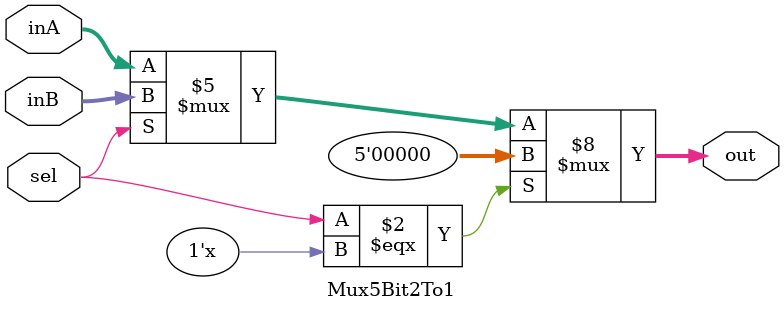
<source format=v>
`timescale 1ns / 1ps
module Mux5Bit2To1(inA, inB, sel, out);
    
    input [4:0] inA;
    input [4:0] inB;
    input sel;

    output reg [4:0] out;
    
    // assign out = sel? inB: inA;   for this line, no reg in line 12
    always @(*) begin
        if (sel === 1'bx) begin
            out <= 4'b0; // Set to zero if sel is X
        end else if (sel == 0) begin
            out <= inA;
        end else begin
            out <= inB;
        end
    end
    
endmodule

</source>
